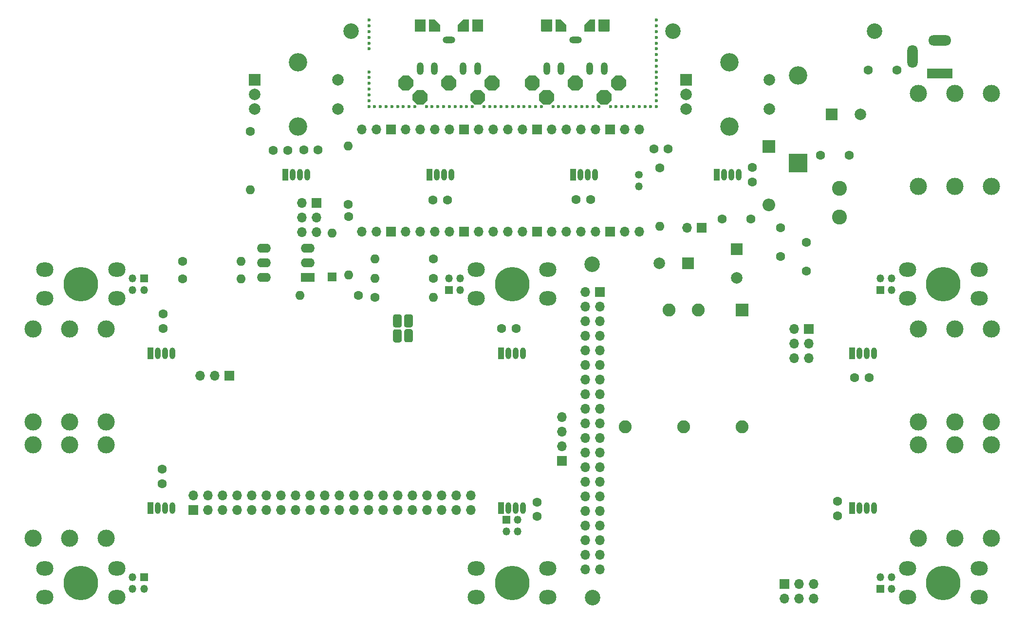
<source format=gbs>
G04 #@! TF.GenerationSoftware,KiCad,Pcbnew,7.0.7-7.0.7~ubuntu23.04.1*
G04 #@! TF.CreationDate,2023-09-10T12:49:35+00:00*
G04 #@! TF.ProjectId,pedalboard-hw,70656461-6c62-46f6-9172-642d68772e6b,2.1.0*
G04 #@! TF.SameCoordinates,Original*
G04 #@! TF.FileFunction,Soldermask,Bot*
G04 #@! TF.FilePolarity,Negative*
%FSLAX46Y46*%
G04 Gerber Fmt 4.6, Leading zero omitted, Abs format (unit mm)*
G04 Created by KiCad (PCBNEW 7.0.7-7.0.7~ubuntu23.04.1) date 2023-09-10 12:49:35*
%MOMM*%
%LPD*%
G01*
G04 APERTURE LIST*
%ADD10C,1.600000*%
%ADD11O,1.200000X2.200000*%
%ADD12O,2.200000X1.200000*%
%ADD13C,2.700000*%
%ADD14C,3.000000*%
%ADD15R,4.400000X1.800000*%
%ADD16O,4.000000X1.800000*%
%ADD17O,1.800000X4.000000*%
%ADD18C,6.000000*%
%ADD19R,1.350000X1.350000*%
%ADD20O,1.350000X1.350000*%
%ADD21O,1.600000X1.600000*%
%ADD22R,1.000000X2.000000*%
%ADD23O,1.000000X2.000000*%
%ADD24R,2.250000X2.250000*%
%ADD25C,2.250000*%
%ADD26R,1.700000X1.700000*%
%ADD27O,1.700000X1.700000*%
%ADD28C,0.600000*%
%ADD29O,3.000000X2.500000*%
%ADD30R,2.400000X1.600000*%
%ADD31O,2.400000X1.600000*%
%ADD32C,2.600000*%
%ADD33R,2.000000X2.000000*%
%ADD34C,2.000000*%
%ADD35C,3.200000*%
%ADD36R,1.600000X1.600000*%
%ADD37R,3.200000X3.200000*%
%ADD38O,3.200000X3.200000*%
%ADD39R,2.200000X2.200000*%
%ADD40O,2.200000X2.200000*%
%ADD41C,1.350000*%
G04 APERTURE END LIST*
D10*
X146800000Y-46700000D03*
X146800000Y-49200000D03*
D11*
X121000000Y-29500000D03*
X118500000Y-29500000D03*
D12*
X116000000Y-24500000D03*
D11*
X111000000Y-29500000D03*
X113500000Y-29500000D03*
D13*
X133000000Y-23000000D03*
D14*
X28050000Y-111200000D03*
X28050000Y-94970000D03*
X21700000Y-111200000D03*
X21700000Y-94970000D03*
X34400000Y-111200000D03*
X34400000Y-94970000D03*
D10*
X158637600Y-44600000D03*
X163637600Y-44600000D03*
D15*
X179400000Y-30400000D03*
D16*
X179400000Y-24600000D03*
D17*
X174600000Y-27400000D03*
D18*
X30000000Y-119000000D03*
D19*
X41000000Y-66000000D03*
D20*
X41000000Y-68000000D03*
X39000000Y-66000000D03*
X39000000Y-68000000D03*
D10*
X130700000Y-46820000D03*
D21*
X130700000Y-56980000D03*
D22*
X115600000Y-48000000D03*
D23*
X116870000Y-48000000D03*
X118140000Y-48000000D03*
X119410000Y-48000000D03*
D18*
X105000000Y-67000000D03*
X30000000Y-67000000D03*
D14*
X28085000Y-91000000D03*
X28085000Y-74770000D03*
X21735000Y-91000000D03*
X21735000Y-74770000D03*
X34435000Y-91000000D03*
X34435000Y-74770000D03*
D24*
X144960000Y-71520000D03*
D25*
X137340000Y-71520000D03*
X132260000Y-71520000D03*
X124640000Y-91840000D03*
X134800000Y-91840000D03*
X144960000Y-91840000D03*
D14*
X181950000Y-94995000D03*
X181950000Y-111225000D03*
X188300000Y-94995000D03*
X188300000Y-111225000D03*
X175600000Y-94995000D03*
X175600000Y-111225000D03*
D22*
X140600000Y-48000000D03*
D23*
X141870000Y-48000000D03*
X143140000Y-48000000D03*
X144410000Y-48000000D03*
D10*
X109310000Y-104930000D03*
X109310000Y-107430000D03*
D22*
X103100000Y-106000000D03*
D23*
X104370000Y-106000000D03*
X105640000Y-106000000D03*
X106910000Y-106000000D03*
D13*
X118980000Y-121520000D03*
D19*
X169000000Y-120000000D03*
D20*
X169000000Y-118000000D03*
X171000000Y-120000000D03*
X171000000Y-118000000D03*
D26*
X49590000Y-106320000D03*
D27*
X49590000Y-103780000D03*
X52130000Y-106320000D03*
X52130000Y-103780000D03*
X54670000Y-106320000D03*
X54670000Y-103780000D03*
X57210000Y-106320000D03*
X57210000Y-103780000D03*
X59750000Y-106320000D03*
X59750000Y-103780000D03*
X62290000Y-106320000D03*
X62290000Y-103780000D03*
X64830000Y-106320000D03*
X64830000Y-103780000D03*
X67370000Y-106320000D03*
X67370000Y-103780000D03*
X69910000Y-106320000D03*
X69910000Y-103780000D03*
X72450000Y-106320000D03*
X72450000Y-103780000D03*
X74990000Y-106320000D03*
X74990000Y-103780000D03*
X77530000Y-106320000D03*
X77530000Y-103780000D03*
X80070000Y-106320000D03*
X80070000Y-103780000D03*
X82610000Y-106320000D03*
X82610000Y-103780000D03*
X85150000Y-106320000D03*
X85150000Y-103780000D03*
X87690000Y-106320000D03*
X87690000Y-103780000D03*
X90230000Y-106320000D03*
X90230000Y-103780000D03*
X92770000Y-106320000D03*
X92770000Y-103780000D03*
X95310000Y-106320000D03*
X95310000Y-103780000D03*
X97850000Y-106320000D03*
X97850000Y-103780000D03*
D10*
X161620000Y-107300000D03*
X161620000Y-104800000D03*
D28*
X80100000Y-21075000D03*
X80100000Y-22075000D03*
X80100000Y-23075000D03*
X80100000Y-24075000D03*
X80100000Y-25075000D03*
X80100000Y-26075000D03*
X80100000Y-30075000D03*
X80100000Y-31075000D03*
X80100000Y-32075000D03*
X80100000Y-33075000D03*
X80100000Y-34075000D03*
X80100000Y-35075000D03*
X80100000Y-36075000D03*
X81100000Y-36075000D03*
X82100000Y-36075000D03*
X83100000Y-36075000D03*
X84100000Y-36075000D03*
X85100000Y-36075000D03*
X86100000Y-36075000D03*
X87100000Y-36075000D03*
X88100000Y-36075000D03*
X90100000Y-36075000D03*
X91100000Y-36075000D03*
X92100000Y-36075000D03*
X93100000Y-36075000D03*
X94100000Y-36075000D03*
X95100000Y-36075000D03*
X96100000Y-36075000D03*
X97100000Y-36075000D03*
X98100000Y-36075000D03*
X100100000Y-36075000D03*
X101100000Y-36075000D03*
X102100000Y-36075000D03*
X103100000Y-36075000D03*
X104100000Y-36075000D03*
X105100000Y-36075000D03*
X106100000Y-36075000D03*
X107100000Y-36075000D03*
X108100000Y-36075000D03*
X109100000Y-36075000D03*
X110100000Y-36075000D03*
X112100000Y-36075000D03*
X113100000Y-36075000D03*
X114100000Y-36075000D03*
X115100000Y-36075000D03*
X116100000Y-36075000D03*
X117100000Y-36075000D03*
X118100000Y-36075000D03*
X119100000Y-36075000D03*
X120100000Y-36075000D03*
X122100000Y-36075000D03*
X123100000Y-36075000D03*
X124100000Y-36075000D03*
X125100000Y-36075000D03*
X126100000Y-36075000D03*
X127100000Y-36075000D03*
X128100000Y-36075000D03*
X129100000Y-36075000D03*
X130100000Y-21075000D03*
X130100000Y-22075000D03*
X130100000Y-23075000D03*
X130100000Y-24075000D03*
X130100000Y-25075000D03*
X130100000Y-26075000D03*
X130100000Y-27075000D03*
X130100000Y-28075000D03*
X130100000Y-29075000D03*
X130100000Y-30075000D03*
X130100000Y-31075000D03*
X130100000Y-32075000D03*
X130100000Y-33075000D03*
X130100000Y-34075000D03*
X130100000Y-35075000D03*
X130100000Y-36075000D03*
D19*
X41000000Y-118000000D03*
D20*
X41000000Y-120000000D03*
X39000000Y-118000000D03*
X39000000Y-120000000D03*
D10*
X44155000Y-101700000D03*
X44155000Y-99200000D03*
D29*
X98750000Y-64500000D03*
X111250000Y-64500000D03*
X98750000Y-69500000D03*
X111250000Y-69500000D03*
D22*
X42100000Y-79000000D03*
D23*
X43370000Y-79000000D03*
X44640000Y-79000000D03*
X45910000Y-79000000D03*
D19*
X94000000Y-68000000D03*
D20*
X94000000Y-66000000D03*
X96000000Y-68000000D03*
X96000000Y-66000000D03*
D10*
X76500000Y-53105000D03*
D21*
X76500000Y-42945000D03*
D30*
X69475000Y-65800000D03*
D31*
X69475000Y-63260000D03*
X69475000Y-60720000D03*
X61855000Y-60720000D03*
X61855000Y-63260000D03*
X61855000Y-65800000D03*
D13*
X77000000Y-23000000D03*
D32*
X161900000Y-50300000D03*
X161900000Y-55300000D03*
D14*
X181965000Y-33800000D03*
X181965000Y-50030000D03*
X188315000Y-33800000D03*
X188315000Y-50030000D03*
X175615000Y-33800000D03*
X175615000Y-50030000D03*
D10*
X63475000Y-43700000D03*
X65975000Y-43700000D03*
G36*
X107946312Y-33285921D02*
G01*
X107214079Y-32553688D01*
X107199200Y-32517767D01*
X107199200Y-31482233D01*
X107214079Y-31446312D01*
X107946312Y-30714079D01*
X107982233Y-30699200D01*
X109017767Y-30699200D01*
X109053688Y-30714079D01*
X109785921Y-31446312D01*
X109800800Y-31482233D01*
X109800800Y-32517767D01*
X109785921Y-32553688D01*
X109053688Y-33285921D01*
X109017767Y-33300800D01*
X107982233Y-33300800D01*
X107946312Y-33285921D01*
G37*
G36*
X117285921Y-32553688D02*
G01*
X116553688Y-33285921D01*
X116517767Y-33300800D01*
X115482233Y-33300800D01*
X115446312Y-33285921D01*
X114714079Y-32553688D01*
X114699200Y-32517767D01*
X114699200Y-31482233D01*
X114714079Y-31446312D01*
X115446312Y-30714079D01*
X115482233Y-30699200D01*
X116517767Y-30699200D01*
X116553688Y-30714079D01*
X117285921Y-31446312D01*
X117300800Y-31482233D01*
X117300800Y-32517767D01*
X117285921Y-32553688D01*
G37*
G36*
X122946312Y-33285921D02*
G01*
X122214079Y-32553688D01*
X122199200Y-32517767D01*
X122199200Y-31482233D01*
X122214079Y-31446312D01*
X122946312Y-30714079D01*
X122982233Y-30699200D01*
X124017767Y-30699200D01*
X124053688Y-30714079D01*
X124785921Y-31446312D01*
X124800800Y-31482233D01*
X124800800Y-32517767D01*
X124785921Y-32553688D01*
X124053688Y-33285921D01*
X124017767Y-33300800D01*
X122982233Y-33300800D01*
X122946312Y-33285921D01*
G37*
G36*
X110446312Y-35785921D02*
G01*
X109714079Y-35053688D01*
X109699200Y-35017767D01*
X109699200Y-33982233D01*
X109714079Y-33946312D01*
X110446312Y-33214079D01*
X110482233Y-33199200D01*
X111517767Y-33199200D01*
X111553688Y-33214079D01*
X112285921Y-33946312D01*
X112300800Y-33982233D01*
X112300800Y-35017767D01*
X112285921Y-35053688D01*
X111553688Y-35785921D01*
X111517767Y-35800800D01*
X110482233Y-35800800D01*
X110446312Y-35785921D01*
G37*
G36*
X120446312Y-35785921D02*
G01*
X119714079Y-35053688D01*
X119699200Y-35017767D01*
X119699200Y-33982233D01*
X119714079Y-33946312D01*
X120446312Y-33214079D01*
X120482233Y-33199200D01*
X121517767Y-33199200D01*
X121553688Y-33214079D01*
X122285921Y-33946312D01*
X122300800Y-33982233D01*
X122300800Y-35017767D01*
X122285921Y-35053688D01*
X121553688Y-35785921D01*
X121517767Y-35800800D01*
X120482233Y-35800800D01*
X120446312Y-35785921D01*
G37*
G36*
X117564079Y-23035921D02*
G01*
X117549200Y-23000000D01*
X117549200Y-21900000D01*
X117564079Y-21864079D01*
X118464079Y-20964079D01*
X118500000Y-20949200D01*
X119400000Y-20949200D01*
X119435921Y-20964079D01*
X119450800Y-21000000D01*
X119450800Y-23000000D01*
X119435921Y-23035921D01*
X119400000Y-23050800D01*
X117600000Y-23050800D01*
X117564079Y-23035921D01*
G37*
G36*
G01*
X121950800Y-21000000D02*
X121950800Y-23000000D01*
G75*
G02*
X121900000Y-23050800I-50800J0D01*
G01*
X120100000Y-23050800D01*
G75*
G02*
X120049200Y-23000000I0J50800D01*
G01*
X120049200Y-21000000D01*
G75*
G02*
X120100000Y-20949200I50800J0D01*
G01*
X121900000Y-20949200D01*
G75*
G02*
X121950800Y-21000000I0J-50800D01*
G01*
G37*
G36*
G01*
X111950800Y-21000000D02*
X111950800Y-23000000D01*
G75*
G02*
X111900000Y-23050800I-50800J0D01*
G01*
X110100000Y-23050800D01*
G75*
G02*
X110049200Y-23000000I0J50800D01*
G01*
X110049200Y-21000000D01*
G75*
G02*
X110100000Y-20949200I50800J0D01*
G01*
X111900000Y-20949200D01*
G75*
G02*
X111950800Y-21000000I0J-50800D01*
G01*
G37*
G36*
X112564079Y-23035921D02*
G01*
X112549200Y-23000000D01*
X112549200Y-21000000D01*
X112564079Y-20964079D01*
X112600000Y-20949200D01*
X113500000Y-20949200D01*
X113535921Y-20964079D01*
X114435921Y-21864079D01*
X114450800Y-21900000D01*
X114450800Y-23000000D01*
X114435921Y-23035921D01*
X114400000Y-23050800D01*
X112600000Y-23050800D01*
X112564079Y-23035921D01*
G37*
D22*
X90600000Y-48000000D03*
D23*
X91870000Y-48000000D03*
X93140000Y-48000000D03*
X94410000Y-48000000D03*
D33*
X60250000Y-31500000D03*
D34*
X60250000Y-36500000D03*
X60250000Y-34000000D03*
D35*
X67750000Y-28400000D03*
X67750000Y-39600000D03*
D34*
X74750000Y-36500000D03*
X74750000Y-31500000D03*
D10*
X68750000Y-43675000D03*
X71250000Y-43675000D03*
X164570000Y-83300000D03*
X167070000Y-83300000D03*
D33*
X144100000Y-60932323D03*
D34*
X144100000Y-65932323D03*
D19*
X169000000Y-68000000D03*
D20*
X169000000Y-66000000D03*
X171000000Y-68000000D03*
X171000000Y-66000000D03*
D18*
X180000000Y-67000000D03*
D10*
X78280000Y-68980000D03*
D21*
X68120000Y-68980000D03*
D33*
X135600000Y-63400000D03*
D34*
X130600000Y-63400000D03*
D22*
X65600000Y-48000000D03*
D23*
X66870000Y-48000000D03*
X68140000Y-48000000D03*
X69410000Y-48000000D03*
D10*
X91250000Y-52400000D03*
X93750000Y-52400000D03*
D14*
X181950000Y-74780000D03*
X181950000Y-91010000D03*
X188300000Y-74780000D03*
X188300000Y-91010000D03*
X175600000Y-74780000D03*
X175600000Y-91010000D03*
D18*
X105000000Y-119000000D03*
D29*
X23750000Y-64500000D03*
X36250000Y-64500000D03*
X23750000Y-69500000D03*
X36250000Y-69500000D03*
D10*
X129650000Y-43470000D03*
X132150000Y-43470000D03*
X47695000Y-63050000D03*
D21*
X57855000Y-63050000D03*
D33*
X160532323Y-37500000D03*
D34*
X165532323Y-37500000D03*
D19*
X104000000Y-108000000D03*
D20*
X106000000Y-108000000D03*
X104000000Y-110000000D03*
X106000000Y-110000000D03*
D22*
X164100000Y-79000000D03*
D23*
X165370000Y-79000000D03*
X166640000Y-79000000D03*
X167910000Y-79000000D03*
D10*
X81190000Y-69340000D03*
D21*
X91350000Y-69340000D03*
D22*
X42100000Y-106000000D03*
D23*
X43370000Y-106000000D03*
X44640000Y-106000000D03*
X45910000Y-106000000D03*
D10*
X76600000Y-55270000D03*
D21*
X76600000Y-65430000D03*
D10*
X146500000Y-55700000D03*
X141500000Y-55700000D03*
D36*
X73700000Y-65775000D03*
D21*
X73700000Y-58155000D03*
D10*
X116150000Y-52300000D03*
X118650000Y-52300000D03*
D37*
X154700000Y-45900000D03*
D38*
X154700000Y-30660000D03*
D10*
X91280000Y-62575000D03*
D21*
X81120000Y-62575000D03*
D10*
X171900000Y-29800000D03*
X166900000Y-29800000D03*
D13*
X118900000Y-63565600D03*
D10*
X151700000Y-57200000D03*
X151700000Y-62200000D03*
D22*
X164100000Y-106000000D03*
D23*
X165370000Y-106000000D03*
X166640000Y-106000000D03*
X167910000Y-106000000D03*
D29*
X173750000Y-116500000D03*
X186250000Y-116500000D03*
X173750000Y-121500000D03*
X186250000Y-121500000D03*
D18*
X180000000Y-119000000D03*
D29*
X173750000Y-64500000D03*
X186250000Y-64500000D03*
X173750000Y-69500000D03*
X186250000Y-69500000D03*
D10*
X103200000Y-74700000D03*
X105700000Y-74700000D03*
D29*
X23750000Y-116500000D03*
X36250000Y-116500000D03*
X23750000Y-121500000D03*
X36250000Y-121500000D03*
D13*
X168000000Y-23000000D03*
D10*
X91350000Y-65980000D03*
D21*
X81190000Y-65980000D03*
D33*
X135250000Y-31500000D03*
D34*
X135250000Y-36500000D03*
X135250000Y-34000000D03*
D35*
X142750000Y-28400000D03*
X142750000Y-39600000D03*
D34*
X149750000Y-36500000D03*
X149750000Y-31500000D03*
D10*
X47695000Y-66050000D03*
D21*
X57855000Y-66050000D03*
D29*
X98750000Y-116500000D03*
X111250000Y-116500000D03*
X98750000Y-121500000D03*
X111250000Y-121500000D03*
D10*
X156200000Y-64700000D03*
X156200000Y-59700000D03*
G36*
X85951812Y-33285921D02*
G01*
X85219579Y-32553688D01*
X85204700Y-32517767D01*
X85204700Y-31482233D01*
X85219579Y-31446312D01*
X85951812Y-30714079D01*
X85987733Y-30699200D01*
X87023267Y-30699200D01*
X87059188Y-30714079D01*
X87791421Y-31446312D01*
X87806300Y-31482233D01*
X87806300Y-32517767D01*
X87791421Y-32553688D01*
X87059188Y-33285921D01*
X87023267Y-33300800D01*
X85987733Y-33300800D01*
X85951812Y-33285921D01*
G37*
G36*
X95291421Y-32553688D02*
G01*
X94559188Y-33285921D01*
X94523267Y-33300800D01*
X93487733Y-33300800D01*
X93451812Y-33285921D01*
X92719579Y-32553688D01*
X92704700Y-32517767D01*
X92704700Y-31482233D01*
X92719579Y-31446312D01*
X93451812Y-30714079D01*
X93487733Y-30699200D01*
X94523267Y-30699200D01*
X94559188Y-30714079D01*
X95291421Y-31446312D01*
X95306300Y-31482233D01*
X95306300Y-32517767D01*
X95291421Y-32553688D01*
G37*
G36*
X100951812Y-33285921D02*
G01*
X100219579Y-32553688D01*
X100204700Y-32517767D01*
X100204700Y-31482233D01*
X100219579Y-31446312D01*
X100951812Y-30714079D01*
X100987733Y-30699200D01*
X102023267Y-30699200D01*
X102059188Y-30714079D01*
X102791421Y-31446312D01*
X102806300Y-31482233D01*
X102806300Y-32517767D01*
X102791421Y-32553688D01*
X102059188Y-33285921D01*
X102023267Y-33300800D01*
X100987733Y-33300800D01*
X100951812Y-33285921D01*
G37*
G36*
X88451812Y-35785921D02*
G01*
X87719579Y-35053688D01*
X87704700Y-35017767D01*
X87704700Y-33982233D01*
X87719579Y-33946312D01*
X88451812Y-33214079D01*
X88487733Y-33199200D01*
X89523267Y-33199200D01*
X89559188Y-33214079D01*
X90291421Y-33946312D01*
X90306300Y-33982233D01*
X90306300Y-35017767D01*
X90291421Y-35053688D01*
X89559188Y-35785921D01*
X89523267Y-35800800D01*
X88487733Y-35800800D01*
X88451812Y-35785921D01*
G37*
G36*
X98451812Y-35785921D02*
G01*
X97719579Y-35053688D01*
X97704700Y-35017767D01*
X97704700Y-33982233D01*
X97719579Y-33946312D01*
X98451812Y-33214079D01*
X98487733Y-33199200D01*
X99523267Y-33199200D01*
X99559188Y-33214079D01*
X100291421Y-33946312D01*
X100306300Y-33982233D01*
X100306300Y-35017767D01*
X100291421Y-35053688D01*
X99559188Y-35785921D01*
X99523267Y-35800800D01*
X98487733Y-35800800D01*
X98451812Y-35785921D01*
G37*
G36*
X95569579Y-23035921D02*
G01*
X95554700Y-23000000D01*
X95554700Y-21900000D01*
X95569579Y-21864079D01*
X96469579Y-20964079D01*
X96505500Y-20949200D01*
X97405500Y-20949200D01*
X97441421Y-20964079D01*
X97456300Y-21000000D01*
X97456300Y-23000000D01*
X97441421Y-23035921D01*
X97405500Y-23050800D01*
X95605500Y-23050800D01*
X95569579Y-23035921D01*
G37*
G36*
G01*
X99956300Y-21000000D02*
X99956300Y-23000000D01*
G75*
G02*
X99905500Y-23050800I-50800J0D01*
G01*
X98105500Y-23050800D01*
G75*
G02*
X98054700Y-23000000I0J50800D01*
G01*
X98054700Y-21000000D01*
G75*
G02*
X98105500Y-20949200I50800J0D01*
G01*
X99905500Y-20949200D01*
G75*
G02*
X99956300Y-21000000I0J-50800D01*
G01*
G37*
G36*
G01*
X89956300Y-21000000D02*
X89956300Y-23000000D01*
G75*
G02*
X89905500Y-23050800I-50800J0D01*
G01*
X88105500Y-23050800D01*
G75*
G02*
X88054700Y-23000000I0J50800D01*
G01*
X88054700Y-21000000D01*
G75*
G02*
X88105500Y-20949200I50800J0D01*
G01*
X89905500Y-20949200D01*
G75*
G02*
X89956300Y-21000000I0J-50800D01*
G01*
G37*
G36*
X90569579Y-23035921D02*
G01*
X90554700Y-23000000D01*
X90554700Y-21000000D01*
X90569579Y-20964079D01*
X90605500Y-20949200D01*
X91505500Y-20949200D01*
X91541421Y-20964079D01*
X92441421Y-21864079D01*
X92456300Y-21900000D01*
X92456300Y-23000000D01*
X92441421Y-23035921D01*
X92405500Y-23050800D01*
X90605500Y-23050800D01*
X90569579Y-23035921D01*
G37*
X44355000Y-72200000D03*
X44355000Y-74700000D03*
D39*
X149606000Y-43078400D03*
D40*
X149606000Y-53238400D03*
D22*
X103100000Y-79000000D03*
D23*
X104370000Y-79000000D03*
X105640000Y-79000000D03*
X106910000Y-79000000D03*
D10*
X59500000Y-40445000D03*
D21*
X59500000Y-50605000D03*
D11*
X99000000Y-29500000D03*
X96500000Y-29500000D03*
D12*
X94000000Y-24500000D03*
D11*
X89000000Y-29500000D03*
X91500000Y-29500000D03*
D26*
X113625000Y-97780000D03*
D27*
X113625000Y-95240000D03*
X113625000Y-92700000D03*
X113625000Y-90160000D03*
G36*
G01*
X85441000Y-77143000D02*
X84679000Y-77143000D01*
G75*
G02*
X84298000Y-76762000I0J381000D01*
G01*
X84298000Y-75238000D01*
G75*
G02*
X84679000Y-74857000I381000J0D01*
G01*
X85441000Y-74857000D01*
G75*
G02*
X85822000Y-75238000I0J-381000D01*
G01*
X85822000Y-76762000D01*
G75*
G02*
X85441000Y-77143000I-381000J0D01*
G01*
G37*
G36*
G01*
X85441000Y-74543000D02*
X84679000Y-74543000D01*
G75*
G02*
X84298000Y-74162000I0J381000D01*
G01*
X84298000Y-72638000D01*
G75*
G02*
X84679000Y-72257000I381000J0D01*
G01*
X85441000Y-72257000D01*
G75*
G02*
X85822000Y-72638000I0J-381000D01*
G01*
X85822000Y-74162000D01*
G75*
G02*
X85441000Y-74543000I-381000J0D01*
G01*
G37*
D26*
X138000000Y-57175000D03*
D27*
X135460000Y-57175000D03*
D41*
X127000000Y-48000000D03*
D20*
X127000000Y-50000000D03*
D27*
X127130000Y-57890000D03*
X124590000Y-57890000D03*
D26*
X122050000Y-57890000D03*
D27*
X119510000Y-57890000D03*
X116970000Y-57890000D03*
X114430000Y-57890000D03*
X111890000Y-57890000D03*
D26*
X109350000Y-57890000D03*
D27*
X106810000Y-57890000D03*
X104270000Y-57890000D03*
X101730000Y-57890000D03*
X99190000Y-57890000D03*
D26*
X96650000Y-57890000D03*
D27*
X94110000Y-57890000D03*
X91570000Y-57890000D03*
X89030000Y-57890000D03*
X86490000Y-57890000D03*
D26*
X83950000Y-57890000D03*
D27*
X81410000Y-57890000D03*
X78870000Y-57890000D03*
X78870000Y-40110000D03*
X81410000Y-40110000D03*
D26*
X83950000Y-40110000D03*
D27*
X86490000Y-40110000D03*
X89030000Y-40110000D03*
X91570000Y-40110000D03*
X94110000Y-40110000D03*
D26*
X96650000Y-40110000D03*
D27*
X99190000Y-40110000D03*
X101730000Y-40110000D03*
X104270000Y-40110000D03*
X106810000Y-40110000D03*
D26*
X109350000Y-40110000D03*
D27*
X111890000Y-40110000D03*
X114430000Y-40110000D03*
X116970000Y-40110000D03*
X119510000Y-40110000D03*
D26*
X122050000Y-40110000D03*
D27*
X124590000Y-40110000D03*
X127130000Y-40110000D03*
D26*
X55865000Y-82962600D03*
D27*
X53325000Y-82962600D03*
X50785000Y-82962600D03*
D26*
X120250000Y-68375600D03*
D27*
X117710000Y-68375600D03*
X120250000Y-70915600D03*
X117710000Y-70915600D03*
X120250000Y-73455600D03*
X117710000Y-73455600D03*
X120250000Y-75995600D03*
X117710000Y-75995600D03*
X120250000Y-78535600D03*
X117710000Y-78535600D03*
X120250000Y-81075600D03*
X117710000Y-81075600D03*
X120250000Y-83615600D03*
X117710000Y-83615600D03*
X120250000Y-86155600D03*
X117710000Y-86155600D03*
X120250000Y-88695600D03*
X117710000Y-88695600D03*
X120250000Y-91235600D03*
X117710000Y-91235600D03*
X120250000Y-93775600D03*
X117710000Y-93775600D03*
X120250000Y-96315600D03*
X117710000Y-96315600D03*
X120250000Y-98855600D03*
X117710000Y-98855600D03*
X120250000Y-101395600D03*
X117710000Y-101395600D03*
X120250000Y-103935600D03*
X117710000Y-103935600D03*
X120250000Y-106475600D03*
X117710000Y-106475600D03*
X120250000Y-109015600D03*
X117710000Y-109015600D03*
X120250000Y-111555600D03*
X117710000Y-111555600D03*
X120250000Y-114095600D03*
X117710000Y-114095600D03*
X120250000Y-116635600D03*
X117710000Y-116635600D03*
D26*
X156555000Y-74845600D03*
D27*
X154015000Y-74845600D03*
X156555000Y-77385600D03*
X154015000Y-77385600D03*
X156555000Y-79925600D03*
X154015000Y-79925600D03*
D26*
X152380000Y-119150600D03*
D27*
X152380000Y-121690600D03*
X154920000Y-119150600D03*
X154920000Y-121690600D03*
X157460000Y-119150600D03*
X157460000Y-121690600D03*
G36*
G01*
X87371000Y-77133000D02*
X86609000Y-77133000D01*
G75*
G02*
X86228000Y-76752000I0J381000D01*
G01*
X86228000Y-75228000D01*
G75*
G02*
X86609000Y-74847000I381000J0D01*
G01*
X87371000Y-74847000D01*
G75*
G02*
X87752000Y-75228000I0J-381000D01*
G01*
X87752000Y-76752000D01*
G75*
G02*
X87371000Y-77133000I-381000J0D01*
G01*
G37*
G36*
G01*
X87371000Y-74533000D02*
X86609000Y-74533000D01*
G75*
G02*
X86228000Y-74152000I0J381000D01*
G01*
X86228000Y-72628000D01*
G75*
G02*
X86609000Y-72247000I381000J0D01*
G01*
X87371000Y-72247000D01*
G75*
G02*
X87752000Y-72628000I0J-381000D01*
G01*
X87752000Y-74152000D01*
G75*
G02*
X87371000Y-74533000I-381000J0D01*
G01*
G37*
D26*
X71000000Y-52850000D03*
D27*
X68460000Y-52850000D03*
X71000000Y-55390000D03*
X68460000Y-55390000D03*
X71000000Y-57930000D03*
X68460000Y-57930000D03*
M02*

</source>
